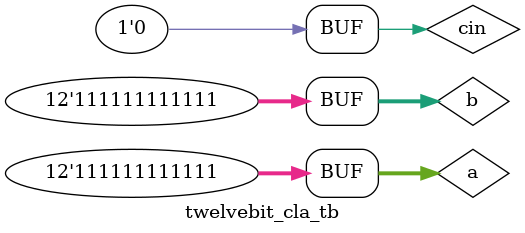
<source format=v>
module fourbit_CLA(a,b,ci,co,s);
   input [3:0]a,b;
   output [3:0]s;
   input ci;
   output co;
   
   wire [3:0]G,P,C;
   
   assign G = a&b;
   assign P = a^b;
   assign co=G[3]+ (P[3]&G[2]) + (P[3]&P[2]&G[1]) +  (P[3]&P[2]&P[1]&G[0]) + (P[3]&P[2]&P[1]&P[0]&ci);
   assign C[3]=G[2] + (P[2]&G[1]) + (P[2]&P[1]&G[0]) +  (P[2]&P[1]&P[0]&ci);
   assign C[2]=G[1] + (P[1]&G[0]) + (P[1]&P[0]&ci);
   assign C[1]=G[0] + (P[0]&ci);
   assign C[0]=ci;
   assign s = P^C;
endmodule

`timescale 1ns / 1ps

module fourbit_CLA_tb;
	reg [3:0] a,b;
	reg ci;
	wire co;
	wire [3:0] s;

	fourbit_CLA uut (.a(a), .b(b), .ci(ci), .co(co), .s(s));

	initial begin
		a = 0;
		b = 0;
		ci = 0;

		#10;
		a=4'b0001;
		b=4'b1110;
		ci=0;
		
				#10;
		a=4'b0100;
		b=4'b1011;
		ci=0;
		
				#10;
		a=4'b1101;
		b=4'b0111;
		ci=1;
		
				#10;
		a=4'b0100;
		b=4'b0110;
		ci=1;
		
				#10;
		a=4'b1001;
		b=4'b0101;
		ci=0;
		
				#10;
		a=4'b1100;
		b=4'b1100;
		ci=1;
	end     
endmodule

module twelvebit_CLA(a,b,sum,cin,cout);
    input [11:0] a,b ;
    input cin;
    output [11:0] sum;
    output cout;
    wire c4,c8;

    fourbit_CLA u1(a[3:0],b[3:0],cin,c4,sum[3:0]);
    fourbit_CLA u2(a[7:4],b[7:4],c4,c8,sum[7:4]);
    fourbit_CLA u3(a[11:8],b[11:8],c8,cout,sum[11:8]);
endmodule

`timescale 1ns / 1ps

module twelvebit_cla_tb;
	reg [11:0] a,b;
	reg cin;
	wire [11:0] sum;
	wire cout;

	twelvebit_CLA uut (.a(a), .b(b), .sum(sum), .cin(cin), .cout(cout));

	initial begin
		a = 0;
		b = 0;
		cin = 0;

		#10;
		a=12'b000000011001;
		b=12'b110011101001;
		cin=1;
		
		#10;
		a=12'b111101000000;
		b=12'b111011000111;
		cin=0;
		
		#10;
		a=12'b100000000000;
		b=12'b000000000011;
		cin=1;
		
		#10;
		a=12'b111111110000;
		b=12'b000000000111;
		cin=0;
		
		#10;
		a=12'b101010010011;
		b=12'b000111111000;
		cin=1;
		
		#10;
		a=12'b111111111111;
		b=12'b111111111111;
		cin=0;    
	end
endmodule

</source>
